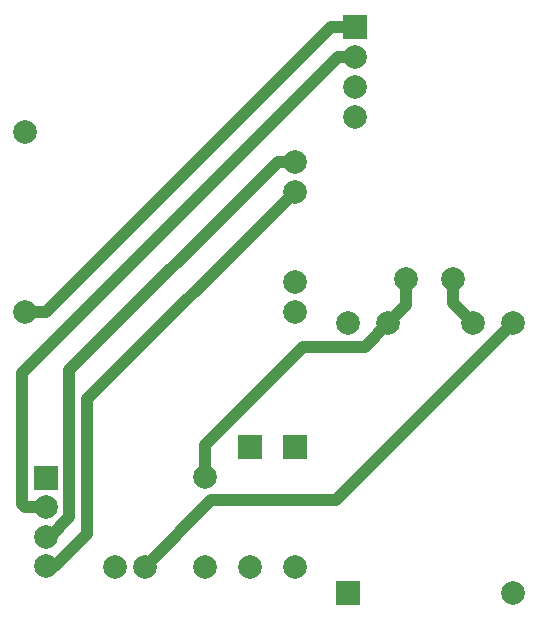
<source format=gbr>
%TF.GenerationSoftware,KiCad,Pcbnew,(6.0.2)*%
%TF.CreationDate,2022-02-25T22:38:09-05:00*%
%TF.ProjectId,SlimeVRMobo,536c696d-6556-4524-9d6f-626f2e6b6963,rev?*%
%TF.SameCoordinates,Original*%
%TF.FileFunction,Copper,L1,Top*%
%TF.FilePolarity,Positive*%
%FSLAX46Y46*%
G04 Gerber Fmt 4.6, Leading zero omitted, Abs format (unit mm)*
G04 Created by KiCad (PCBNEW (6.0.2)) date 2022-02-25 22:38:09*
%MOMM*%
%LPD*%
G01*
G04 APERTURE LIST*
%TA.AperFunction,ComponentPad*%
%ADD10C,2.000000*%
%TD*%
%TA.AperFunction,ComponentPad*%
%ADD11R,2.000000X2.000000*%
%TD*%
%TA.AperFunction,Conductor*%
%ADD12C,1.000000*%
%TD*%
G04 APERTURE END LIST*
D10*
%TO.P,J1,4,Pin_4*%
%TO.N,Net-(U1-Pad13)*%
X131335000Y-124400000D03*
%TO.P,J1,3,Pin_3*%
%TO.N,Net-(U1-Pad14)*%
X131335000Y-121900000D03*
%TO.P,J1,2,Pin_2*%
%TO.N,Net-(J2-Pad2)*%
X131335000Y-119400000D03*
D11*
%TO.P,J1,1,Pin_1*%
%TO.N,Net-(J1-Pad1)*%
X131335000Y-116900000D03*
%TD*%
D10*
%TO.P,BT1,1,+*%
%TO.N,Net-(BT1-Pad1)*%
X161830000Y-100076000D03*
%TO.P,BT1,2,-*%
%TO.N,Net-(BT1-Pad2)*%
X165830000Y-100076000D03*
%TD*%
%TO.P,U1,2,A0*%
%TO.N,Net-(R1-Pad2)*%
X129540000Y-87630000D03*
%TO.P,U1,8,3V3*%
%TO.N,Net-(J1-Pad1)*%
X129540000Y-102870000D03*
%TO.P,U1,9,5V*%
%TO.N,Net-(D1-Pad1)*%
X152400000Y-102870000D03*
%TO.P,U1,10,GND*%
%TO.N,Net-(J2-Pad2)*%
X152400000Y-100330000D03*
%TO.P,U1,13,SDA/D2*%
%TO.N,Net-(U1-Pad13)*%
X152400000Y-92710000D03*
%TO.P,U1,14,SCL/D1*%
%TO.N,Net-(U1-Pad14)*%
X152400000Y-90170000D03*
%TD*%
%TO.P,U2,4,SDA*%
%TO.N,Net-(U1-Pad13)*%
X157480000Y-86360000D03*
%TO.P,U2,3,SCL*%
%TO.N,Net-(U1-Pad14)*%
X157480000Y-83820000D03*
%TO.P,U2,2,GND*%
%TO.N,Net-(J2-Pad2)*%
X157480000Y-81280000D03*
D11*
%TO.P,U2,1,VCC*%
%TO.N,Net-(J1-Pad1)*%
X157480000Y-78740000D03*
%TD*%
D10*
%TO.P,J2,2,Pin_2*%
%TO.N,Net-(J2-Pad2)*%
X137160000Y-124460000D03*
%TO.P,J2,1,Pin_1*%
%TO.N,Net-(J2-Pad1)*%
X139700000Y-124460000D03*
%TD*%
D11*
%TO.P,U3,1,In+*%
%TO.N,Net-(D1-Pad2)*%
X156917500Y-126712500D03*
D10*
%TO.P,U3,2,In-*%
%TO.N,unconnected-(U3-Pad2)*%
X170917500Y-126712500D03*
%TO.P,U3,3,Out+*%
%TO.N,Net-(D2-Pad2)*%
X156917500Y-103812500D03*
%TO.P,U3,4,Out-*%
%TO.N,Net-(J2-Pad1)*%
X170917500Y-103812500D03*
%TO.P,U3,5,B+*%
%TO.N,Net-(BT1-Pad1)*%
X160317500Y-103812500D03*
%TO.P,U3,6,B-*%
%TO.N,Net-(BT1-Pad2)*%
X167517500Y-103812500D03*
%TD*%
D11*
%TO.P,D1,1,K*%
%TO.N,Net-(D1-Pad1)*%
X152400000Y-114300000D03*
D10*
%TO.P,D1,2,A*%
%TO.N,Net-(D1-Pad2)*%
X152400000Y-124460000D03*
%TD*%
%TO.P,R1,1*%
%TO.N,Net-(BT1-Pad1)*%
X144780000Y-116840000D03*
%TO.P,R1,2*%
%TO.N,Net-(R1-Pad2)*%
X144780000Y-124460000D03*
%TD*%
%TO.P,D2,2,A*%
%TO.N,Net-(D2-Pad2)*%
X148590000Y-124460000D03*
D11*
%TO.P,D2,1,K*%
%TO.N,Net-(D1-Pad1)*%
X148590000Y-114300000D03*
%TD*%
D12*
%TO.N,Net-(BT1-Pad1)*%
X161830000Y-100076000D02*
X161830000Y-102300000D01*
X161830000Y-102300000D02*
X160317500Y-103812500D01*
%TO.N,Net-(BT1-Pad2)*%
X165830000Y-102125000D02*
X167517500Y-103812500D01*
X165830000Y-100076000D02*
X165830000Y-102125000D01*
%TO.N,Net-(J1-Pad1)*%
X155480000Y-78740000D02*
X157480000Y-78740000D01*
%TO.N,Net-(J2-Pad2)*%
X129560000Y-119400000D02*
X131335000Y-119400000D01*
X129335489Y-108010298D02*
X129335489Y-119175489D01*
X156065787Y-81280000D02*
X129335489Y-108010298D01*
X157480000Y-81280000D02*
X156065787Y-81280000D01*
X129335489Y-119175489D02*
X129560000Y-119400000D01*
%TO.N,Net-(U1-Pad13)*%
X132140000Y-124400000D02*
X131335000Y-124400000D01*
X134834031Y-121705969D02*
X132140000Y-124400000D01*
X134834031Y-110275969D02*
X134834031Y-121705969D01*
X152400000Y-92710000D02*
X134834031Y-110275969D01*
%TO.N,Net-(U1-Pad14)*%
X131662737Y-121900000D02*
X131335000Y-121900000D01*
X133334511Y-120228226D02*
X131662737Y-121900000D01*
X150985787Y-90170000D02*
X133334511Y-107821276D01*
X133334511Y-107821276D02*
X133334511Y-120228226D01*
X152400000Y-90170000D02*
X150985787Y-90170000D01*
%TO.N,Net-(J1-Pad1)*%
X131350000Y-102870000D02*
X129540000Y-102870000D01*
X155480000Y-78740000D02*
X131350000Y-102870000D01*
%TO.N,Net-(J2-Pad1)*%
X145320489Y-118839511D02*
X139700000Y-124460000D01*
X170917500Y-103812500D02*
X155890489Y-118839511D01*
X155890489Y-118839511D02*
X145320489Y-118839511D01*
%TO.N,Net-(BT1-Pad1)*%
X158317989Y-105812011D02*
X153078967Y-105812011D01*
X144780000Y-114110978D02*
X144780000Y-116840000D01*
X160317500Y-103812500D02*
X158317989Y-105812011D01*
X153078967Y-105812011D02*
X144780000Y-114110978D01*
%TD*%
M02*

</source>
